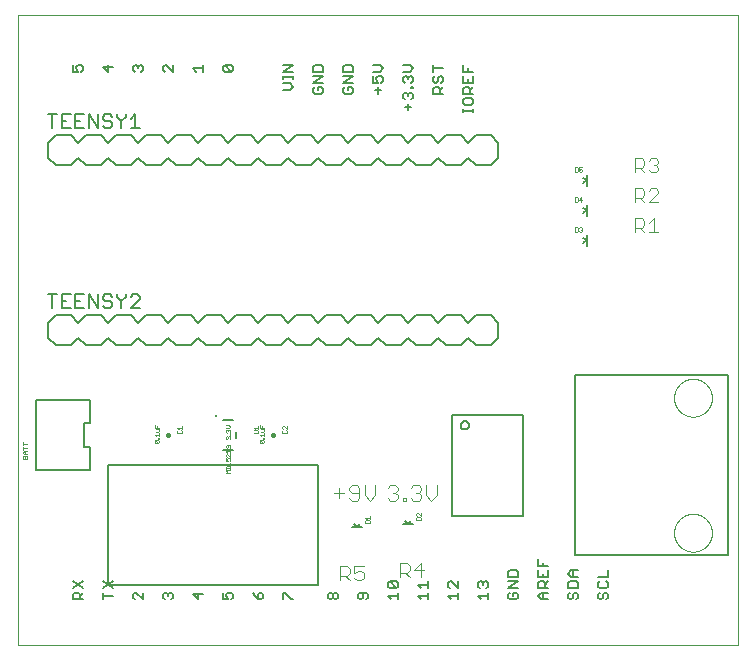
<source format=gto>
G75*
%MOIN*%
%OFA0B0*%
%FSLAX25Y25*%
%IPPOS*%
%LPD*%
%AMOC8*
5,1,8,0,0,1.08239X$1,22.5*
%
%ADD10C,0.00000*%
%ADD11C,0.00400*%
%ADD12C,0.01500*%
%ADD13C,0.00100*%
%ADD14C,0.00800*%
%ADD15C,0.00500*%
%ADD16C,0.00600*%
%ADD17C,0.01000*%
D10*
X0025000Y0035000D02*
X0025000Y0245000D01*
X0265000Y0245000D01*
X0265000Y0035000D01*
X0025000Y0035000D01*
X0243701Y0072500D02*
X0243703Y0072658D01*
X0243709Y0072816D01*
X0243719Y0072974D01*
X0243733Y0073132D01*
X0243751Y0073289D01*
X0243772Y0073446D01*
X0243798Y0073602D01*
X0243828Y0073758D01*
X0243861Y0073913D01*
X0243899Y0074066D01*
X0243940Y0074219D01*
X0243985Y0074371D01*
X0244034Y0074522D01*
X0244087Y0074671D01*
X0244143Y0074819D01*
X0244203Y0074965D01*
X0244267Y0075110D01*
X0244335Y0075253D01*
X0244406Y0075395D01*
X0244480Y0075535D01*
X0244558Y0075672D01*
X0244640Y0075808D01*
X0244724Y0075942D01*
X0244813Y0076073D01*
X0244904Y0076202D01*
X0244999Y0076329D01*
X0245096Y0076454D01*
X0245197Y0076576D01*
X0245301Y0076695D01*
X0245408Y0076812D01*
X0245518Y0076926D01*
X0245631Y0077037D01*
X0245746Y0077146D01*
X0245864Y0077251D01*
X0245985Y0077353D01*
X0246108Y0077453D01*
X0246234Y0077549D01*
X0246362Y0077642D01*
X0246492Y0077732D01*
X0246625Y0077818D01*
X0246760Y0077902D01*
X0246896Y0077981D01*
X0247035Y0078058D01*
X0247176Y0078130D01*
X0247318Y0078200D01*
X0247462Y0078265D01*
X0247608Y0078327D01*
X0247755Y0078385D01*
X0247904Y0078440D01*
X0248054Y0078491D01*
X0248205Y0078538D01*
X0248357Y0078581D01*
X0248510Y0078620D01*
X0248665Y0078656D01*
X0248820Y0078687D01*
X0248976Y0078715D01*
X0249132Y0078739D01*
X0249289Y0078759D01*
X0249447Y0078775D01*
X0249604Y0078787D01*
X0249763Y0078795D01*
X0249921Y0078799D01*
X0250079Y0078799D01*
X0250237Y0078795D01*
X0250396Y0078787D01*
X0250553Y0078775D01*
X0250711Y0078759D01*
X0250868Y0078739D01*
X0251024Y0078715D01*
X0251180Y0078687D01*
X0251335Y0078656D01*
X0251490Y0078620D01*
X0251643Y0078581D01*
X0251795Y0078538D01*
X0251946Y0078491D01*
X0252096Y0078440D01*
X0252245Y0078385D01*
X0252392Y0078327D01*
X0252538Y0078265D01*
X0252682Y0078200D01*
X0252824Y0078130D01*
X0252965Y0078058D01*
X0253104Y0077981D01*
X0253240Y0077902D01*
X0253375Y0077818D01*
X0253508Y0077732D01*
X0253638Y0077642D01*
X0253766Y0077549D01*
X0253892Y0077453D01*
X0254015Y0077353D01*
X0254136Y0077251D01*
X0254254Y0077146D01*
X0254369Y0077037D01*
X0254482Y0076926D01*
X0254592Y0076812D01*
X0254699Y0076695D01*
X0254803Y0076576D01*
X0254904Y0076454D01*
X0255001Y0076329D01*
X0255096Y0076202D01*
X0255187Y0076073D01*
X0255276Y0075942D01*
X0255360Y0075808D01*
X0255442Y0075672D01*
X0255520Y0075535D01*
X0255594Y0075395D01*
X0255665Y0075253D01*
X0255733Y0075110D01*
X0255797Y0074965D01*
X0255857Y0074819D01*
X0255913Y0074671D01*
X0255966Y0074522D01*
X0256015Y0074371D01*
X0256060Y0074219D01*
X0256101Y0074066D01*
X0256139Y0073913D01*
X0256172Y0073758D01*
X0256202Y0073602D01*
X0256228Y0073446D01*
X0256249Y0073289D01*
X0256267Y0073132D01*
X0256281Y0072974D01*
X0256291Y0072816D01*
X0256297Y0072658D01*
X0256299Y0072500D01*
X0256297Y0072342D01*
X0256291Y0072184D01*
X0256281Y0072026D01*
X0256267Y0071868D01*
X0256249Y0071711D01*
X0256228Y0071554D01*
X0256202Y0071398D01*
X0256172Y0071242D01*
X0256139Y0071087D01*
X0256101Y0070934D01*
X0256060Y0070781D01*
X0256015Y0070629D01*
X0255966Y0070478D01*
X0255913Y0070329D01*
X0255857Y0070181D01*
X0255797Y0070035D01*
X0255733Y0069890D01*
X0255665Y0069747D01*
X0255594Y0069605D01*
X0255520Y0069465D01*
X0255442Y0069328D01*
X0255360Y0069192D01*
X0255276Y0069058D01*
X0255187Y0068927D01*
X0255096Y0068798D01*
X0255001Y0068671D01*
X0254904Y0068546D01*
X0254803Y0068424D01*
X0254699Y0068305D01*
X0254592Y0068188D01*
X0254482Y0068074D01*
X0254369Y0067963D01*
X0254254Y0067854D01*
X0254136Y0067749D01*
X0254015Y0067647D01*
X0253892Y0067547D01*
X0253766Y0067451D01*
X0253638Y0067358D01*
X0253508Y0067268D01*
X0253375Y0067182D01*
X0253240Y0067098D01*
X0253104Y0067019D01*
X0252965Y0066942D01*
X0252824Y0066870D01*
X0252682Y0066800D01*
X0252538Y0066735D01*
X0252392Y0066673D01*
X0252245Y0066615D01*
X0252096Y0066560D01*
X0251946Y0066509D01*
X0251795Y0066462D01*
X0251643Y0066419D01*
X0251490Y0066380D01*
X0251335Y0066344D01*
X0251180Y0066313D01*
X0251024Y0066285D01*
X0250868Y0066261D01*
X0250711Y0066241D01*
X0250553Y0066225D01*
X0250396Y0066213D01*
X0250237Y0066205D01*
X0250079Y0066201D01*
X0249921Y0066201D01*
X0249763Y0066205D01*
X0249604Y0066213D01*
X0249447Y0066225D01*
X0249289Y0066241D01*
X0249132Y0066261D01*
X0248976Y0066285D01*
X0248820Y0066313D01*
X0248665Y0066344D01*
X0248510Y0066380D01*
X0248357Y0066419D01*
X0248205Y0066462D01*
X0248054Y0066509D01*
X0247904Y0066560D01*
X0247755Y0066615D01*
X0247608Y0066673D01*
X0247462Y0066735D01*
X0247318Y0066800D01*
X0247176Y0066870D01*
X0247035Y0066942D01*
X0246896Y0067019D01*
X0246760Y0067098D01*
X0246625Y0067182D01*
X0246492Y0067268D01*
X0246362Y0067358D01*
X0246234Y0067451D01*
X0246108Y0067547D01*
X0245985Y0067647D01*
X0245864Y0067749D01*
X0245746Y0067854D01*
X0245631Y0067963D01*
X0245518Y0068074D01*
X0245408Y0068188D01*
X0245301Y0068305D01*
X0245197Y0068424D01*
X0245096Y0068546D01*
X0244999Y0068671D01*
X0244904Y0068798D01*
X0244813Y0068927D01*
X0244724Y0069058D01*
X0244640Y0069192D01*
X0244558Y0069328D01*
X0244480Y0069465D01*
X0244406Y0069605D01*
X0244335Y0069747D01*
X0244267Y0069890D01*
X0244203Y0070035D01*
X0244143Y0070181D01*
X0244087Y0070329D01*
X0244034Y0070478D01*
X0243985Y0070629D01*
X0243940Y0070781D01*
X0243899Y0070934D01*
X0243861Y0071087D01*
X0243828Y0071242D01*
X0243798Y0071398D01*
X0243772Y0071554D01*
X0243751Y0071711D01*
X0243733Y0071868D01*
X0243719Y0072026D01*
X0243709Y0072184D01*
X0243703Y0072342D01*
X0243701Y0072500D01*
X0243701Y0117500D02*
X0243703Y0117658D01*
X0243709Y0117816D01*
X0243719Y0117974D01*
X0243733Y0118132D01*
X0243751Y0118289D01*
X0243772Y0118446D01*
X0243798Y0118602D01*
X0243828Y0118758D01*
X0243861Y0118913D01*
X0243899Y0119066D01*
X0243940Y0119219D01*
X0243985Y0119371D01*
X0244034Y0119522D01*
X0244087Y0119671D01*
X0244143Y0119819D01*
X0244203Y0119965D01*
X0244267Y0120110D01*
X0244335Y0120253D01*
X0244406Y0120395D01*
X0244480Y0120535D01*
X0244558Y0120672D01*
X0244640Y0120808D01*
X0244724Y0120942D01*
X0244813Y0121073D01*
X0244904Y0121202D01*
X0244999Y0121329D01*
X0245096Y0121454D01*
X0245197Y0121576D01*
X0245301Y0121695D01*
X0245408Y0121812D01*
X0245518Y0121926D01*
X0245631Y0122037D01*
X0245746Y0122146D01*
X0245864Y0122251D01*
X0245985Y0122353D01*
X0246108Y0122453D01*
X0246234Y0122549D01*
X0246362Y0122642D01*
X0246492Y0122732D01*
X0246625Y0122818D01*
X0246760Y0122902D01*
X0246896Y0122981D01*
X0247035Y0123058D01*
X0247176Y0123130D01*
X0247318Y0123200D01*
X0247462Y0123265D01*
X0247608Y0123327D01*
X0247755Y0123385D01*
X0247904Y0123440D01*
X0248054Y0123491D01*
X0248205Y0123538D01*
X0248357Y0123581D01*
X0248510Y0123620D01*
X0248665Y0123656D01*
X0248820Y0123687D01*
X0248976Y0123715D01*
X0249132Y0123739D01*
X0249289Y0123759D01*
X0249447Y0123775D01*
X0249604Y0123787D01*
X0249763Y0123795D01*
X0249921Y0123799D01*
X0250079Y0123799D01*
X0250237Y0123795D01*
X0250396Y0123787D01*
X0250553Y0123775D01*
X0250711Y0123759D01*
X0250868Y0123739D01*
X0251024Y0123715D01*
X0251180Y0123687D01*
X0251335Y0123656D01*
X0251490Y0123620D01*
X0251643Y0123581D01*
X0251795Y0123538D01*
X0251946Y0123491D01*
X0252096Y0123440D01*
X0252245Y0123385D01*
X0252392Y0123327D01*
X0252538Y0123265D01*
X0252682Y0123200D01*
X0252824Y0123130D01*
X0252965Y0123058D01*
X0253104Y0122981D01*
X0253240Y0122902D01*
X0253375Y0122818D01*
X0253508Y0122732D01*
X0253638Y0122642D01*
X0253766Y0122549D01*
X0253892Y0122453D01*
X0254015Y0122353D01*
X0254136Y0122251D01*
X0254254Y0122146D01*
X0254369Y0122037D01*
X0254482Y0121926D01*
X0254592Y0121812D01*
X0254699Y0121695D01*
X0254803Y0121576D01*
X0254904Y0121454D01*
X0255001Y0121329D01*
X0255096Y0121202D01*
X0255187Y0121073D01*
X0255276Y0120942D01*
X0255360Y0120808D01*
X0255442Y0120672D01*
X0255520Y0120535D01*
X0255594Y0120395D01*
X0255665Y0120253D01*
X0255733Y0120110D01*
X0255797Y0119965D01*
X0255857Y0119819D01*
X0255913Y0119671D01*
X0255966Y0119522D01*
X0256015Y0119371D01*
X0256060Y0119219D01*
X0256101Y0119066D01*
X0256139Y0118913D01*
X0256172Y0118758D01*
X0256202Y0118602D01*
X0256228Y0118446D01*
X0256249Y0118289D01*
X0256267Y0118132D01*
X0256281Y0117974D01*
X0256291Y0117816D01*
X0256297Y0117658D01*
X0256299Y0117500D01*
X0256297Y0117342D01*
X0256291Y0117184D01*
X0256281Y0117026D01*
X0256267Y0116868D01*
X0256249Y0116711D01*
X0256228Y0116554D01*
X0256202Y0116398D01*
X0256172Y0116242D01*
X0256139Y0116087D01*
X0256101Y0115934D01*
X0256060Y0115781D01*
X0256015Y0115629D01*
X0255966Y0115478D01*
X0255913Y0115329D01*
X0255857Y0115181D01*
X0255797Y0115035D01*
X0255733Y0114890D01*
X0255665Y0114747D01*
X0255594Y0114605D01*
X0255520Y0114465D01*
X0255442Y0114328D01*
X0255360Y0114192D01*
X0255276Y0114058D01*
X0255187Y0113927D01*
X0255096Y0113798D01*
X0255001Y0113671D01*
X0254904Y0113546D01*
X0254803Y0113424D01*
X0254699Y0113305D01*
X0254592Y0113188D01*
X0254482Y0113074D01*
X0254369Y0112963D01*
X0254254Y0112854D01*
X0254136Y0112749D01*
X0254015Y0112647D01*
X0253892Y0112547D01*
X0253766Y0112451D01*
X0253638Y0112358D01*
X0253508Y0112268D01*
X0253375Y0112182D01*
X0253240Y0112098D01*
X0253104Y0112019D01*
X0252965Y0111942D01*
X0252824Y0111870D01*
X0252682Y0111800D01*
X0252538Y0111735D01*
X0252392Y0111673D01*
X0252245Y0111615D01*
X0252096Y0111560D01*
X0251946Y0111509D01*
X0251795Y0111462D01*
X0251643Y0111419D01*
X0251490Y0111380D01*
X0251335Y0111344D01*
X0251180Y0111313D01*
X0251024Y0111285D01*
X0250868Y0111261D01*
X0250711Y0111241D01*
X0250553Y0111225D01*
X0250396Y0111213D01*
X0250237Y0111205D01*
X0250079Y0111201D01*
X0249921Y0111201D01*
X0249763Y0111205D01*
X0249604Y0111213D01*
X0249447Y0111225D01*
X0249289Y0111241D01*
X0249132Y0111261D01*
X0248976Y0111285D01*
X0248820Y0111313D01*
X0248665Y0111344D01*
X0248510Y0111380D01*
X0248357Y0111419D01*
X0248205Y0111462D01*
X0248054Y0111509D01*
X0247904Y0111560D01*
X0247755Y0111615D01*
X0247608Y0111673D01*
X0247462Y0111735D01*
X0247318Y0111800D01*
X0247176Y0111870D01*
X0247035Y0111942D01*
X0246896Y0112019D01*
X0246760Y0112098D01*
X0246625Y0112182D01*
X0246492Y0112268D01*
X0246362Y0112358D01*
X0246234Y0112451D01*
X0246108Y0112547D01*
X0245985Y0112647D01*
X0245864Y0112749D01*
X0245746Y0112854D01*
X0245631Y0112963D01*
X0245518Y0113074D01*
X0245408Y0113188D01*
X0245301Y0113305D01*
X0245197Y0113424D01*
X0245096Y0113546D01*
X0244999Y0113671D01*
X0244904Y0113798D01*
X0244813Y0113927D01*
X0244724Y0114058D01*
X0244640Y0114192D01*
X0244558Y0114328D01*
X0244480Y0114465D01*
X0244406Y0114605D01*
X0244335Y0114747D01*
X0244267Y0114890D01*
X0244203Y0115035D01*
X0244143Y0115181D01*
X0244087Y0115329D01*
X0244034Y0115478D01*
X0243985Y0115629D01*
X0243940Y0115781D01*
X0243899Y0115934D01*
X0243861Y0116087D01*
X0243828Y0116242D01*
X0243798Y0116398D01*
X0243772Y0116554D01*
X0243751Y0116711D01*
X0243733Y0116868D01*
X0243719Y0117026D01*
X0243709Y0117184D01*
X0243703Y0117342D01*
X0243701Y0117500D01*
D11*
X0238373Y0172700D02*
X0235304Y0172700D01*
X0236839Y0172700D02*
X0236839Y0177304D01*
X0235304Y0175769D01*
X0233769Y0175002D02*
X0233769Y0176537D01*
X0233002Y0177304D01*
X0230700Y0177304D01*
X0230700Y0172700D01*
X0230700Y0174235D02*
X0233002Y0174235D01*
X0233769Y0175002D01*
X0232235Y0174235D02*
X0233769Y0172700D01*
X0233769Y0182700D02*
X0232235Y0184235D01*
X0233002Y0184235D02*
X0230700Y0184235D01*
X0230700Y0182700D02*
X0230700Y0187304D01*
X0233002Y0187304D01*
X0233769Y0186537D01*
X0233769Y0185002D01*
X0233002Y0184235D01*
X0235304Y0182700D02*
X0238373Y0185769D01*
X0238373Y0186537D01*
X0237606Y0187304D01*
X0236071Y0187304D01*
X0235304Y0186537D01*
X0235304Y0182700D02*
X0238373Y0182700D01*
X0237606Y0192700D02*
X0236071Y0192700D01*
X0235304Y0193467D01*
X0233769Y0192700D02*
X0232235Y0194235D01*
X0233002Y0194235D02*
X0230700Y0194235D01*
X0230700Y0192700D02*
X0230700Y0197304D01*
X0233002Y0197304D01*
X0233769Y0196537D01*
X0233769Y0195002D01*
X0233002Y0194235D01*
X0235304Y0196537D02*
X0236071Y0197304D01*
X0237606Y0197304D01*
X0238373Y0196537D01*
X0238373Y0195769D01*
X0237606Y0195002D01*
X0238373Y0194235D01*
X0238373Y0193467D01*
X0237606Y0192700D01*
X0237606Y0195002D02*
X0236839Y0195002D01*
X0164561Y0088404D02*
X0164561Y0084935D01*
X0162826Y0083200D01*
X0161091Y0084935D01*
X0161091Y0088404D01*
X0159404Y0087537D02*
X0159404Y0086670D01*
X0158537Y0085802D01*
X0159404Y0084935D01*
X0159404Y0084067D01*
X0158537Y0083200D01*
X0156802Y0083200D01*
X0155935Y0084067D01*
X0154224Y0084067D02*
X0154224Y0083200D01*
X0153356Y0083200D01*
X0153356Y0084067D01*
X0154224Y0084067D01*
X0151670Y0084067D02*
X0150802Y0083200D01*
X0149067Y0083200D01*
X0148200Y0084067D01*
X0149935Y0085802D02*
X0150802Y0085802D01*
X0151670Y0084935D01*
X0151670Y0084067D01*
X0150802Y0085802D02*
X0151670Y0086670D01*
X0151670Y0087537D01*
X0150802Y0088404D01*
X0149067Y0088404D01*
X0148200Y0087537D01*
X0143982Y0088404D02*
X0143982Y0084935D01*
X0142248Y0083200D01*
X0140513Y0084935D01*
X0140513Y0088404D01*
X0138826Y0087537D02*
X0137959Y0088404D01*
X0136224Y0088404D01*
X0135356Y0087537D01*
X0135356Y0086670D01*
X0136224Y0085802D01*
X0138826Y0085802D01*
X0138826Y0084067D02*
X0138826Y0087537D01*
X0138826Y0084067D02*
X0137959Y0083200D01*
X0136224Y0083200D01*
X0135356Y0084067D01*
X0133670Y0085802D02*
X0130200Y0085802D01*
X0131935Y0087537D02*
X0131935Y0084067D01*
X0155935Y0087537D02*
X0156802Y0088404D01*
X0158537Y0088404D01*
X0159404Y0087537D01*
X0158537Y0085802D02*
X0157669Y0085802D01*
X0159398Y0062304D02*
X0157096Y0060002D01*
X0160165Y0060002D01*
X0159398Y0057700D02*
X0159398Y0062304D01*
X0155561Y0061537D02*
X0155561Y0060002D01*
X0154794Y0059235D01*
X0152492Y0059235D01*
X0154027Y0059235D02*
X0155561Y0057700D01*
X0152492Y0057700D02*
X0152492Y0062304D01*
X0154794Y0062304D01*
X0155561Y0061537D01*
X0140165Y0061304D02*
X0137096Y0061304D01*
X0137096Y0059002D01*
X0138631Y0059769D01*
X0139398Y0059769D01*
X0140165Y0059002D01*
X0140165Y0057467D01*
X0139398Y0056700D01*
X0137863Y0056700D01*
X0137096Y0057467D01*
X0135561Y0056700D02*
X0134027Y0058235D01*
X0134794Y0058235D02*
X0132492Y0058235D01*
X0132492Y0056700D02*
X0132492Y0061304D01*
X0134794Y0061304D01*
X0135561Y0060537D01*
X0135561Y0059002D01*
X0134794Y0058235D01*
D12*
X0110110Y0105000D02*
X0109890Y0105000D01*
X0075110Y0105000D02*
X0074890Y0105000D01*
D13*
X0072050Y0105131D02*
X0070549Y0105131D01*
X0071049Y0104630D01*
X0071800Y0104144D02*
X0072050Y0104144D01*
X0072050Y0103894D01*
X0071800Y0103894D01*
X0071800Y0104144D01*
X0072050Y0104630D02*
X0072050Y0105631D01*
X0071800Y0106103D02*
X0072050Y0106354D01*
X0072050Y0107104D01*
X0071049Y0107104D01*
X0071299Y0107577D02*
X0071299Y0108077D01*
X0070549Y0107577D02*
X0072050Y0107577D01*
X0071800Y0106103D02*
X0071049Y0106103D01*
X0070549Y0107577D02*
X0070549Y0108578D01*
X0070799Y0103421D02*
X0071800Y0102420D01*
X0072050Y0102671D01*
X0072050Y0103171D01*
X0071800Y0103421D01*
X0070799Y0103421D01*
X0070549Y0103171D01*
X0070549Y0102671D01*
X0070799Y0102420D01*
X0071800Y0102420D01*
X0078049Y0105854D02*
X0078049Y0106354D01*
X0078299Y0106604D01*
X0078549Y0107077D02*
X0078049Y0107577D01*
X0079550Y0107577D01*
X0079550Y0107077D02*
X0079550Y0108078D01*
X0079300Y0106604D02*
X0079550Y0106354D01*
X0079550Y0105854D01*
X0079300Y0105603D01*
X0078299Y0105603D01*
X0078049Y0105854D01*
X0094299Y0106104D02*
X0094549Y0105853D01*
X0094299Y0106104D02*
X0094299Y0106604D01*
X0094549Y0106854D01*
X0094799Y0106854D01*
X0095049Y0106604D01*
X0095300Y0106854D01*
X0095550Y0106854D01*
X0095800Y0106604D01*
X0095800Y0106104D01*
X0095550Y0105853D01*
X0095550Y0105367D02*
X0095800Y0105367D01*
X0095800Y0105117D01*
X0095550Y0105117D01*
X0095550Y0105367D01*
X0095550Y0104644D02*
X0095800Y0104394D01*
X0095800Y0103894D01*
X0095550Y0103644D01*
X0095049Y0104144D02*
X0095049Y0104394D01*
X0095300Y0104644D01*
X0095550Y0104644D01*
X0095049Y0104394D02*
X0094799Y0104644D01*
X0094549Y0104644D01*
X0094299Y0104394D01*
X0094299Y0103894D01*
X0094549Y0103644D01*
X0094549Y0101698D02*
X0094299Y0101448D01*
X0094299Y0100947D01*
X0094549Y0100697D01*
X0094799Y0100697D01*
X0095049Y0100947D01*
X0095049Y0101698D01*
X0094549Y0101698D02*
X0095550Y0101698D01*
X0095800Y0101448D01*
X0095800Y0100947D01*
X0095550Y0100697D01*
X0095800Y0100225D02*
X0095800Y0099224D01*
X0095800Y0098751D02*
X0095800Y0097751D01*
X0094799Y0098751D01*
X0094549Y0098751D01*
X0094299Y0098501D01*
X0094299Y0098001D01*
X0094549Y0097751D01*
X0094299Y0097278D02*
X0094299Y0096277D01*
X0095049Y0096277D01*
X0094799Y0096778D01*
X0094799Y0097028D01*
X0095049Y0097278D01*
X0095550Y0097278D01*
X0095800Y0097028D01*
X0095800Y0096527D01*
X0095550Y0096277D01*
X0095550Y0095805D02*
X0095800Y0095555D01*
X0095800Y0095054D01*
X0095550Y0094804D01*
X0094549Y0094804D01*
X0094299Y0095054D01*
X0094299Y0095555D01*
X0094549Y0095805D01*
X0094299Y0094322D02*
X0094299Y0093822D01*
X0094299Y0094072D02*
X0095800Y0094072D01*
X0095800Y0093822D02*
X0095800Y0094322D01*
X0095800Y0093349D02*
X0094299Y0093349D01*
X0094799Y0092849D01*
X0094299Y0092349D01*
X0095800Y0092349D01*
X0094799Y0099224D02*
X0094299Y0099724D01*
X0095800Y0099724D01*
X0095049Y0106354D02*
X0095049Y0106604D01*
X0095300Y0107327D02*
X0095800Y0107827D01*
X0095300Y0108328D01*
X0094299Y0108328D01*
X0094299Y0107327D02*
X0095300Y0107327D01*
X0103549Y0107577D02*
X0105050Y0107577D01*
X0105549Y0107577D02*
X0105549Y0108578D01*
X0105050Y0108078D02*
X0105050Y0107077D01*
X0104800Y0106604D02*
X0103549Y0106604D01*
X0104049Y0107077D02*
X0103549Y0107577D01*
X0104800Y0106604D02*
X0105050Y0106354D01*
X0105050Y0105854D01*
X0104800Y0105603D01*
X0103549Y0105603D01*
X0105549Y0105131D02*
X0107050Y0105131D01*
X0107050Y0105631D02*
X0107050Y0104630D01*
X0107050Y0104144D02*
X0107050Y0103894D01*
X0106800Y0103894D01*
X0106800Y0104144D01*
X0107050Y0104144D01*
X0106800Y0103421D02*
X0105799Y0103421D01*
X0106800Y0102420D01*
X0107050Y0102671D01*
X0107050Y0103171D01*
X0106800Y0103421D01*
X0106800Y0102420D02*
X0105799Y0102420D01*
X0105549Y0102671D01*
X0105549Y0103171D01*
X0105799Y0103421D01*
X0106049Y0104630D02*
X0105549Y0105131D01*
X0106049Y0106103D02*
X0106800Y0106103D01*
X0107050Y0106354D01*
X0107050Y0107104D01*
X0106049Y0107104D01*
X0106299Y0107577D02*
X0106299Y0108077D01*
X0105549Y0107577D02*
X0107050Y0107577D01*
X0113049Y0107327D02*
X0113299Y0107077D01*
X0113049Y0107327D02*
X0113049Y0107827D01*
X0113299Y0108078D01*
X0113549Y0108078D01*
X0114550Y0107077D01*
X0114550Y0108078D01*
X0114300Y0106604D02*
X0114550Y0106354D01*
X0114550Y0105854D01*
X0114300Y0105603D01*
X0113299Y0105603D01*
X0113049Y0105854D01*
X0113049Y0106354D01*
X0113299Y0106604D01*
X0140799Y0077577D02*
X0142300Y0077577D01*
X0142300Y0077077D02*
X0142300Y0078078D01*
X0141299Y0077077D02*
X0140799Y0077577D01*
X0141049Y0076604D02*
X0140799Y0076354D01*
X0140799Y0075603D01*
X0142300Y0075603D01*
X0142300Y0076354D01*
X0142050Y0076604D01*
X0141049Y0076604D01*
X0157799Y0076603D02*
X0157799Y0077354D01*
X0158049Y0077604D01*
X0159050Y0077604D01*
X0159300Y0077354D01*
X0159300Y0076603D01*
X0157799Y0076603D01*
X0158049Y0078077D02*
X0157799Y0078327D01*
X0157799Y0078827D01*
X0158049Y0079078D01*
X0158299Y0079078D01*
X0159300Y0078077D01*
X0159300Y0079078D01*
X0210550Y0172800D02*
X0211301Y0172800D01*
X0211551Y0173050D01*
X0211551Y0174051D01*
X0211301Y0174301D01*
X0210550Y0174301D01*
X0210550Y0172800D01*
X0212023Y0173050D02*
X0212273Y0172800D01*
X0212774Y0172800D01*
X0213024Y0173050D01*
X0213024Y0173300D01*
X0212774Y0173551D01*
X0212524Y0173551D01*
X0212774Y0173551D02*
X0213024Y0173801D01*
X0213024Y0174051D01*
X0212774Y0174301D01*
X0212273Y0174301D01*
X0212023Y0174051D01*
X0211301Y0182800D02*
X0211551Y0183050D01*
X0211551Y0184051D01*
X0211301Y0184301D01*
X0210550Y0184301D01*
X0210550Y0182800D01*
X0211301Y0182800D01*
X0212023Y0183551D02*
X0213024Y0183551D01*
X0212774Y0184301D02*
X0212023Y0183551D01*
X0212774Y0184301D02*
X0212774Y0182800D01*
X0212774Y0192800D02*
X0212273Y0192800D01*
X0212023Y0193050D01*
X0211551Y0193050D02*
X0211551Y0194051D01*
X0211301Y0194301D01*
X0210550Y0194301D01*
X0210550Y0192800D01*
X0211301Y0192800D01*
X0211551Y0193050D01*
X0212023Y0193551D02*
X0212524Y0193801D01*
X0212774Y0193801D01*
X0213024Y0193551D01*
X0213024Y0193050D01*
X0212774Y0192800D01*
X0212023Y0193551D02*
X0212023Y0194301D01*
X0213024Y0194301D01*
X0028139Y0102159D02*
X0026638Y0102159D01*
X0026638Y0101659D02*
X0026638Y0102660D01*
X0026638Y0101186D02*
X0026638Y0100185D01*
X0026638Y0100686D02*
X0028139Y0100686D01*
X0028139Y0099713D02*
X0027138Y0099713D01*
X0026638Y0099213D01*
X0027138Y0098712D01*
X0028139Y0098712D01*
X0027889Y0098240D02*
X0028139Y0097990D01*
X0028139Y0097239D01*
X0026638Y0097239D01*
X0026638Y0097990D01*
X0026888Y0098240D01*
X0027138Y0098240D01*
X0027388Y0097990D01*
X0027388Y0097239D01*
X0027388Y0097990D02*
X0027639Y0098240D01*
X0027889Y0098240D01*
X0027388Y0098712D02*
X0027388Y0099713D01*
D14*
X0031142Y0093386D02*
X0031142Y0116614D01*
X0048858Y0116614D01*
X0048858Y0108937D01*
X0046890Y0108937D01*
X0046890Y0101063D01*
X0048858Y0101063D01*
X0048858Y0093386D01*
X0031142Y0093386D01*
X0037500Y0135000D02*
X0042500Y0135000D01*
X0045000Y0137500D01*
X0047500Y0135000D01*
X0052500Y0135000D01*
X0055000Y0137500D01*
X0057500Y0135000D01*
X0062500Y0135000D01*
X0065000Y0137500D01*
X0067500Y0135000D01*
X0072500Y0135000D01*
X0075000Y0137500D01*
X0077500Y0135000D01*
X0082500Y0135000D01*
X0085000Y0137500D01*
X0087500Y0135000D01*
X0092500Y0135000D01*
X0095000Y0137500D01*
X0097500Y0135000D01*
X0102500Y0135000D01*
X0105000Y0137500D01*
X0107500Y0135000D01*
X0112500Y0135000D01*
X0115000Y0137500D01*
X0117500Y0135000D01*
X0122500Y0135000D01*
X0125000Y0137500D01*
X0127500Y0135000D01*
X0132500Y0135000D01*
X0135000Y0137500D01*
X0137500Y0135000D01*
X0142500Y0135000D01*
X0145000Y0137500D01*
X0147500Y0135000D01*
X0152500Y0135000D01*
X0155000Y0137500D01*
X0157500Y0135000D01*
X0162500Y0135000D01*
X0165000Y0137500D01*
X0167500Y0135000D01*
X0172500Y0135000D01*
X0175000Y0137500D01*
X0177500Y0135000D01*
X0182500Y0135000D01*
X0185000Y0137500D01*
X0185000Y0142500D01*
X0182500Y0145000D01*
X0177500Y0145000D01*
X0175000Y0142500D01*
X0172500Y0145000D01*
X0167500Y0145000D01*
X0165000Y0142500D01*
X0162500Y0145000D01*
X0157500Y0145000D01*
X0155000Y0142500D01*
X0152500Y0145000D01*
X0147500Y0145000D01*
X0145000Y0142500D01*
X0142500Y0145000D01*
X0137500Y0145000D01*
X0135000Y0142500D01*
X0132500Y0145000D01*
X0127500Y0145000D01*
X0125000Y0142500D01*
X0122500Y0145000D01*
X0117500Y0145000D01*
X0115000Y0142500D01*
X0112500Y0145000D01*
X0107500Y0145000D01*
X0105000Y0142500D01*
X0102500Y0145000D01*
X0097500Y0145000D01*
X0095000Y0142500D01*
X0092500Y0145000D01*
X0087500Y0145000D01*
X0085000Y0142500D01*
X0082500Y0145000D01*
X0077500Y0145000D01*
X0075000Y0142500D01*
X0072500Y0145000D01*
X0067500Y0145000D01*
X0065000Y0142500D01*
X0062500Y0145000D01*
X0057500Y0145000D01*
X0055000Y0142500D01*
X0052500Y0145000D01*
X0047500Y0145000D01*
X0045000Y0142500D01*
X0042500Y0145000D01*
X0037500Y0145000D01*
X0035000Y0142500D01*
X0035000Y0137500D01*
X0037500Y0135000D01*
X0093309Y0110000D02*
X0096691Y0110000D01*
X0097791Y0106057D02*
X0097791Y0103943D01*
X0096691Y0100000D02*
X0093309Y0100000D01*
X0136189Y0074331D02*
X0138000Y0074331D01*
X0137080Y0075551D01*
X0138000Y0074331D02*
X0139811Y0074331D01*
X0138860Y0075551D02*
X0138100Y0074391D01*
X0153189Y0075331D02*
X0155000Y0075331D01*
X0154080Y0076551D01*
X0155000Y0075331D02*
X0156811Y0075331D01*
X0155860Y0076551D02*
X0155100Y0075391D01*
X0210630Y0065000D02*
X0261811Y0065000D01*
X0261811Y0125000D01*
X0210630Y0125000D01*
X0210630Y0065000D01*
X0214669Y0168189D02*
X0214669Y0170000D01*
X0213449Y0169080D01*
X0214669Y0170000D02*
X0214669Y0171811D01*
X0213449Y0170860D02*
X0214609Y0170100D01*
X0214669Y0178189D02*
X0214669Y0180000D01*
X0213449Y0179080D01*
X0214669Y0180000D02*
X0214669Y0181811D01*
X0213449Y0180860D02*
X0214609Y0180100D01*
X0214669Y0188189D02*
X0214669Y0190000D01*
X0213449Y0189080D01*
X0214669Y0190000D02*
X0214669Y0191811D01*
X0213449Y0190860D02*
X0214609Y0190100D01*
X0185000Y0197500D02*
X0182500Y0195000D01*
X0177500Y0195000D01*
X0175000Y0197500D01*
X0172500Y0195000D01*
X0167500Y0195000D01*
X0165000Y0197500D01*
X0162500Y0195000D01*
X0157500Y0195000D01*
X0155000Y0197500D01*
X0152500Y0195000D01*
X0147500Y0195000D01*
X0145000Y0197500D01*
X0142500Y0195000D01*
X0137500Y0195000D01*
X0135000Y0197500D01*
X0132500Y0195000D01*
X0127500Y0195000D01*
X0125000Y0197500D01*
X0122500Y0195000D01*
X0117500Y0195000D01*
X0115000Y0197500D01*
X0112500Y0195000D01*
X0107500Y0195000D01*
X0105000Y0197500D01*
X0102500Y0195000D01*
X0097500Y0195000D01*
X0095000Y0197500D01*
X0092500Y0195000D01*
X0087500Y0195000D01*
X0085000Y0197500D01*
X0082500Y0195000D01*
X0077500Y0195000D01*
X0075000Y0197500D01*
X0072500Y0195000D01*
X0067500Y0195000D01*
X0065000Y0197500D01*
X0062500Y0195000D01*
X0057500Y0195000D01*
X0055000Y0197500D01*
X0052500Y0195000D01*
X0047500Y0195000D01*
X0045000Y0197500D01*
X0042500Y0195000D01*
X0037500Y0195000D01*
X0035000Y0197500D01*
X0035000Y0202500D01*
X0037500Y0205000D01*
X0042500Y0205000D01*
X0045000Y0202500D01*
X0047500Y0205000D01*
X0052500Y0205000D01*
X0055000Y0202500D01*
X0057500Y0205000D01*
X0062500Y0205000D01*
X0065000Y0202500D01*
X0067500Y0205000D01*
X0072500Y0205000D01*
X0075000Y0202500D01*
X0077500Y0205000D01*
X0082500Y0205000D01*
X0085000Y0202500D01*
X0087500Y0205000D01*
X0092500Y0205000D01*
X0095000Y0202500D01*
X0097500Y0205000D01*
X0102500Y0205000D01*
X0105000Y0202500D01*
X0107500Y0205000D01*
X0112500Y0205000D01*
X0115000Y0202500D01*
X0117500Y0205000D01*
X0122500Y0205000D01*
X0125000Y0202500D01*
X0127500Y0205000D01*
X0132500Y0205000D01*
X0135000Y0202500D01*
X0137500Y0205000D01*
X0142500Y0205000D01*
X0145000Y0202500D01*
X0147500Y0205000D01*
X0152500Y0205000D01*
X0155000Y0202500D01*
X0157500Y0205000D01*
X0162500Y0205000D01*
X0165000Y0202500D01*
X0167500Y0205000D01*
X0172500Y0205000D01*
X0175000Y0202500D01*
X0177500Y0205000D01*
X0182500Y0205000D01*
X0185000Y0202500D01*
X0185000Y0197500D01*
D15*
X0193228Y0111890D02*
X0169606Y0111890D01*
X0169606Y0078031D01*
X0193228Y0078031D01*
X0193228Y0111890D01*
X0172517Y0108346D02*
X0172519Y0108421D01*
X0172525Y0108496D01*
X0172535Y0108570D01*
X0172549Y0108644D01*
X0172566Y0108717D01*
X0172588Y0108788D01*
X0172613Y0108859D01*
X0172642Y0108928D01*
X0172674Y0108996D01*
X0172710Y0109061D01*
X0172750Y0109125D01*
X0172793Y0109187D01*
X0172839Y0109246D01*
X0172888Y0109303D01*
X0172940Y0109357D01*
X0172994Y0109408D01*
X0173052Y0109456D01*
X0173111Y0109501D01*
X0173174Y0109543D01*
X0173238Y0109582D01*
X0173304Y0109617D01*
X0173372Y0109649D01*
X0173442Y0109677D01*
X0173512Y0109701D01*
X0173585Y0109722D01*
X0173658Y0109738D01*
X0173732Y0109751D01*
X0173806Y0109760D01*
X0173881Y0109765D01*
X0173956Y0109766D01*
X0174031Y0109763D01*
X0174105Y0109756D01*
X0174179Y0109745D01*
X0174253Y0109730D01*
X0174326Y0109712D01*
X0174397Y0109689D01*
X0174467Y0109663D01*
X0174536Y0109633D01*
X0174603Y0109600D01*
X0174669Y0109563D01*
X0174732Y0109523D01*
X0174793Y0109479D01*
X0174851Y0109432D01*
X0174907Y0109383D01*
X0174961Y0109330D01*
X0175011Y0109275D01*
X0175059Y0109217D01*
X0175103Y0109156D01*
X0175144Y0109094D01*
X0175182Y0109029D01*
X0175216Y0108962D01*
X0175247Y0108894D01*
X0175274Y0108824D01*
X0175298Y0108753D01*
X0175317Y0108680D01*
X0175333Y0108607D01*
X0175345Y0108533D01*
X0175353Y0108458D01*
X0175357Y0108383D01*
X0175357Y0108309D01*
X0175353Y0108234D01*
X0175345Y0108159D01*
X0175333Y0108085D01*
X0175317Y0108012D01*
X0175298Y0107939D01*
X0175274Y0107868D01*
X0175247Y0107798D01*
X0175216Y0107730D01*
X0175182Y0107663D01*
X0175144Y0107598D01*
X0175103Y0107536D01*
X0175059Y0107475D01*
X0175011Y0107417D01*
X0174961Y0107362D01*
X0174907Y0107309D01*
X0174851Y0107260D01*
X0174793Y0107213D01*
X0174732Y0107169D01*
X0174669Y0107129D01*
X0174603Y0107092D01*
X0174536Y0107059D01*
X0174467Y0107029D01*
X0174397Y0107003D01*
X0174326Y0106980D01*
X0174253Y0106962D01*
X0174179Y0106947D01*
X0174105Y0106936D01*
X0174031Y0106929D01*
X0173956Y0106926D01*
X0173881Y0106927D01*
X0173806Y0106932D01*
X0173732Y0106941D01*
X0173658Y0106954D01*
X0173585Y0106970D01*
X0173512Y0106991D01*
X0173442Y0107015D01*
X0173372Y0107043D01*
X0173304Y0107075D01*
X0173238Y0107110D01*
X0173174Y0107149D01*
X0173111Y0107191D01*
X0173052Y0107236D01*
X0172994Y0107284D01*
X0172940Y0107335D01*
X0172888Y0107389D01*
X0172839Y0107446D01*
X0172793Y0107505D01*
X0172750Y0107567D01*
X0172710Y0107631D01*
X0172674Y0107696D01*
X0172642Y0107764D01*
X0172613Y0107833D01*
X0172588Y0107904D01*
X0172566Y0107975D01*
X0172549Y0108048D01*
X0172535Y0108122D01*
X0172525Y0108196D01*
X0172519Y0108271D01*
X0172517Y0108346D01*
X0125000Y0095000D02*
X0125000Y0055000D01*
X0055000Y0055000D01*
X0055000Y0095000D01*
X0125000Y0095000D01*
X0065576Y0147450D02*
X0062574Y0147450D01*
X0065576Y0150453D01*
X0065576Y0151203D01*
X0064825Y0151954D01*
X0063324Y0151954D01*
X0062574Y0151203D01*
X0060972Y0151203D02*
X0059471Y0149702D01*
X0059471Y0147450D01*
X0059471Y0149702D02*
X0057970Y0151203D01*
X0057970Y0151954D01*
X0056368Y0151203D02*
X0055618Y0151954D01*
X0054116Y0151954D01*
X0053366Y0151203D01*
X0053366Y0150453D01*
X0054116Y0149702D01*
X0055618Y0149702D01*
X0056368Y0148951D01*
X0056368Y0148201D01*
X0055618Y0147450D01*
X0054116Y0147450D01*
X0053366Y0148201D01*
X0051764Y0147450D02*
X0048762Y0151954D01*
X0048762Y0147450D01*
X0047160Y0147450D02*
X0044158Y0147450D01*
X0044158Y0151954D01*
X0047160Y0151954D01*
X0045659Y0149702D02*
X0044158Y0149702D01*
X0042556Y0151954D02*
X0039554Y0151954D01*
X0039554Y0147450D01*
X0042556Y0147450D01*
X0041055Y0149702D02*
X0039554Y0149702D01*
X0037953Y0151954D02*
X0034950Y0151954D01*
X0036451Y0151954D02*
X0036451Y0147450D01*
X0051764Y0147450D02*
X0051764Y0151954D01*
X0060972Y0151954D02*
X0060972Y0151203D01*
X0059471Y0207450D02*
X0059471Y0209702D01*
X0060972Y0211203D01*
X0060972Y0211954D01*
X0062574Y0210453D02*
X0064075Y0211954D01*
X0064075Y0207450D01*
X0062574Y0207450D02*
X0065576Y0207450D01*
X0059471Y0209702D02*
X0057970Y0211203D01*
X0057970Y0211954D01*
X0056368Y0211203D02*
X0055618Y0211954D01*
X0054116Y0211954D01*
X0053366Y0211203D01*
X0053366Y0210453D01*
X0054116Y0209702D01*
X0055618Y0209702D01*
X0056368Y0208951D01*
X0056368Y0208201D01*
X0055618Y0207450D01*
X0054116Y0207450D01*
X0053366Y0208201D01*
X0051764Y0207450D02*
X0051764Y0211954D01*
X0048762Y0211954D02*
X0048762Y0207450D01*
X0047160Y0207450D02*
X0044158Y0207450D01*
X0044158Y0211954D01*
X0047160Y0211954D01*
X0048762Y0211954D02*
X0051764Y0207450D01*
X0045659Y0209702D02*
X0044158Y0209702D01*
X0042556Y0211954D02*
X0039554Y0211954D01*
X0039554Y0207450D01*
X0042556Y0207450D01*
X0041055Y0209702D02*
X0039554Y0209702D01*
X0037953Y0211954D02*
X0034950Y0211954D01*
X0036451Y0211954D02*
X0036451Y0207450D01*
D16*
X0043297Y0226167D02*
X0044999Y0226167D01*
X0044431Y0227301D01*
X0044431Y0227868D01*
X0044999Y0228435D01*
X0046133Y0228435D01*
X0046700Y0227868D01*
X0046700Y0226734D01*
X0046133Y0226167D01*
X0043297Y0226167D02*
X0043297Y0228435D01*
X0053297Y0227868D02*
X0054999Y0226167D01*
X0054999Y0228435D01*
X0056700Y0227868D02*
X0053297Y0227868D01*
X0063297Y0227868D02*
X0063297Y0226734D01*
X0063864Y0226167D01*
X0064999Y0227301D02*
X0064999Y0227868D01*
X0065566Y0228435D01*
X0066133Y0228435D01*
X0066700Y0227868D01*
X0066700Y0226734D01*
X0066133Y0226167D01*
X0064999Y0227868D02*
X0064431Y0228435D01*
X0063864Y0228435D01*
X0063297Y0227868D01*
X0073297Y0227868D02*
X0073297Y0226734D01*
X0073864Y0226167D01*
X0073297Y0227868D02*
X0073864Y0228435D01*
X0074431Y0228435D01*
X0076700Y0226167D01*
X0076700Y0228435D01*
X0083297Y0227301D02*
X0086700Y0227301D01*
X0086700Y0226167D02*
X0086700Y0228435D01*
X0084431Y0226167D02*
X0083297Y0227301D01*
X0093297Y0226734D02*
X0093297Y0227868D01*
X0093864Y0228435D01*
X0096133Y0226167D01*
X0096700Y0226734D01*
X0096700Y0227868D01*
X0096133Y0228435D01*
X0093864Y0228435D01*
X0093297Y0226734D02*
X0093864Y0226167D01*
X0096133Y0226167D01*
X0113297Y0226167D02*
X0116700Y0228435D01*
X0113297Y0228435D01*
X0113297Y0226167D02*
X0116700Y0226167D01*
X0116700Y0224846D02*
X0116700Y0223711D01*
X0116700Y0224279D02*
X0113297Y0224279D01*
X0113297Y0224846D02*
X0113297Y0223711D01*
X0113297Y0222297D02*
X0115566Y0222297D01*
X0116700Y0221163D01*
X0115566Y0220028D01*
X0113297Y0220028D01*
X0123297Y0220502D02*
X0123297Y0219368D01*
X0123864Y0218801D01*
X0126133Y0218801D01*
X0126700Y0219368D01*
X0126700Y0220502D01*
X0126133Y0221069D01*
X0124999Y0221069D01*
X0124999Y0219935D01*
X0123864Y0221069D02*
X0123297Y0220502D01*
X0123297Y0222484D02*
X0126700Y0224752D01*
X0123297Y0224752D01*
X0123297Y0226167D02*
X0123297Y0227868D01*
X0123864Y0228435D01*
X0126133Y0228435D01*
X0126700Y0227868D01*
X0126700Y0226167D01*
X0123297Y0226167D01*
X0123297Y0222484D02*
X0126700Y0222484D01*
X0133297Y0222484D02*
X0136700Y0224752D01*
X0133297Y0224752D01*
X0133297Y0226167D02*
X0133297Y0227868D01*
X0133864Y0228435D01*
X0136133Y0228435D01*
X0136700Y0227868D01*
X0136700Y0226167D01*
X0133297Y0226167D01*
X0133297Y0222484D02*
X0136700Y0222484D01*
X0136133Y0221069D02*
X0134999Y0221069D01*
X0134999Y0219935D01*
X0136133Y0221069D02*
X0136700Y0220502D01*
X0136700Y0219368D01*
X0136133Y0218801D01*
X0133864Y0218801D01*
X0133297Y0219368D01*
X0133297Y0220502D01*
X0133864Y0221069D01*
X0143297Y0222484D02*
X0144999Y0222484D01*
X0144431Y0223618D01*
X0144431Y0224185D01*
X0144999Y0224752D01*
X0146133Y0224752D01*
X0146700Y0224185D01*
X0146700Y0223051D01*
X0146133Y0222484D01*
X0144999Y0221069D02*
X0144999Y0218801D01*
X0146133Y0219935D02*
X0143864Y0219935D01*
X0143297Y0222484D02*
X0143297Y0224752D01*
X0143297Y0226167D02*
X0145566Y0226167D01*
X0146700Y0227301D01*
X0145566Y0228435D01*
X0143297Y0228435D01*
X0153297Y0228435D02*
X0155566Y0228435D01*
X0156700Y0227301D01*
X0155566Y0226167D01*
X0153297Y0226167D01*
X0153864Y0224752D02*
X0154431Y0224752D01*
X0154999Y0224185D01*
X0155566Y0224752D01*
X0156133Y0224752D01*
X0156700Y0224185D01*
X0156700Y0223051D01*
X0156133Y0222484D01*
X0156133Y0221209D02*
X0156700Y0221209D01*
X0156700Y0220642D01*
X0156133Y0220642D01*
X0156133Y0221209D01*
X0156133Y0219228D02*
X0156700Y0218660D01*
X0156700Y0217526D01*
X0156133Y0216959D01*
X0154999Y0218093D02*
X0154999Y0218660D01*
X0155566Y0219228D01*
X0156133Y0219228D01*
X0154999Y0218660D02*
X0154431Y0219228D01*
X0153864Y0219228D01*
X0153297Y0218660D01*
X0153297Y0217526D01*
X0153864Y0216959D01*
X0154999Y0215544D02*
X0154999Y0213276D01*
X0156133Y0214410D02*
X0153864Y0214410D01*
X0163297Y0218801D02*
X0163297Y0220502D01*
X0163864Y0221069D01*
X0164999Y0221069D01*
X0165566Y0220502D01*
X0165566Y0218801D01*
X0165566Y0219935D02*
X0166700Y0221069D01*
X0166133Y0222484D02*
X0166700Y0223051D01*
X0166700Y0224185D01*
X0166133Y0224752D01*
X0165566Y0224752D01*
X0164999Y0224185D01*
X0164999Y0223051D01*
X0164431Y0222484D01*
X0163864Y0222484D01*
X0163297Y0223051D01*
X0163297Y0224185D01*
X0163864Y0224752D01*
X0163297Y0226167D02*
X0163297Y0228435D01*
X0163297Y0227301D02*
X0166700Y0227301D01*
X0173297Y0226167D02*
X0173297Y0228435D01*
X0174999Y0227301D02*
X0174999Y0226167D01*
X0176700Y0226167D02*
X0173297Y0226167D01*
X0173297Y0224752D02*
X0173297Y0222484D01*
X0176700Y0222484D01*
X0176700Y0224752D01*
X0174999Y0223618D02*
X0174999Y0222484D01*
X0174999Y0221069D02*
X0173864Y0221069D01*
X0173297Y0220502D01*
X0173297Y0218801D01*
X0176700Y0218801D01*
X0175566Y0218801D02*
X0175566Y0220502D01*
X0174999Y0221069D01*
X0175566Y0219935D02*
X0176700Y0221069D01*
X0176133Y0217386D02*
X0173864Y0217386D01*
X0173297Y0216819D01*
X0173297Y0215685D01*
X0173864Y0215117D01*
X0176133Y0215117D01*
X0176700Y0215685D01*
X0176700Y0216819D01*
X0176133Y0217386D01*
X0176700Y0213796D02*
X0176700Y0212662D01*
X0176700Y0213229D02*
X0173297Y0213229D01*
X0173297Y0212662D02*
X0173297Y0213796D01*
X0166700Y0218801D02*
X0163297Y0218801D01*
X0154999Y0223618D02*
X0154999Y0224185D01*
X0153864Y0224752D02*
X0153297Y0224185D01*
X0153297Y0223051D01*
X0153864Y0222484D01*
X0198297Y0063618D02*
X0198297Y0061349D01*
X0201700Y0061349D01*
X0201700Y0059935D02*
X0201700Y0057666D01*
X0198297Y0057666D01*
X0198297Y0059935D01*
X0199999Y0058801D02*
X0199999Y0057666D01*
X0199999Y0056252D02*
X0198864Y0056252D01*
X0198297Y0055685D01*
X0198297Y0053983D01*
X0201700Y0053983D01*
X0200566Y0053983D02*
X0200566Y0055685D01*
X0199999Y0056252D01*
X0200566Y0055117D02*
X0201700Y0056252D01*
X0201700Y0052569D02*
X0199431Y0052569D01*
X0198297Y0051434D01*
X0199431Y0050300D01*
X0201700Y0050300D01*
X0199999Y0050300D02*
X0199999Y0052569D01*
X0208297Y0052001D02*
X0208297Y0050867D01*
X0208864Y0050300D01*
X0209431Y0050300D01*
X0209999Y0050867D01*
X0209999Y0052001D01*
X0210566Y0052569D01*
X0211133Y0052569D01*
X0211700Y0052001D01*
X0211700Y0050867D01*
X0211133Y0050300D01*
X0208864Y0052569D02*
X0208297Y0052001D01*
X0208297Y0053983D02*
X0208297Y0055685D01*
X0208864Y0056252D01*
X0211133Y0056252D01*
X0211700Y0055685D01*
X0211700Y0053983D01*
X0208297Y0053983D01*
X0209431Y0057666D02*
X0208297Y0058801D01*
X0209431Y0059935D01*
X0211700Y0059935D01*
X0209999Y0059935D02*
X0209999Y0057666D01*
X0209431Y0057666D02*
X0211700Y0057666D01*
X0218297Y0057666D02*
X0221700Y0057666D01*
X0221700Y0059935D01*
X0221133Y0056252D02*
X0221700Y0055685D01*
X0221700Y0054550D01*
X0221133Y0053983D01*
X0218864Y0053983D01*
X0218297Y0054550D01*
X0218297Y0055685D01*
X0218864Y0056252D01*
X0218864Y0052569D02*
X0218297Y0052001D01*
X0218297Y0050867D01*
X0218864Y0050300D01*
X0219431Y0050300D01*
X0219999Y0050867D01*
X0219999Y0052001D01*
X0220566Y0052569D01*
X0221133Y0052569D01*
X0221700Y0052001D01*
X0221700Y0050867D01*
X0221133Y0050300D01*
X0199999Y0061349D02*
X0199999Y0062484D01*
X0191700Y0059368D02*
X0191700Y0057666D01*
X0188297Y0057666D01*
X0188297Y0059368D01*
X0188864Y0059935D01*
X0191133Y0059935D01*
X0191700Y0059368D01*
X0191700Y0056252D02*
X0188297Y0056252D01*
X0188297Y0053983D02*
X0191700Y0056252D01*
X0191700Y0053983D02*
X0188297Y0053983D01*
X0188864Y0052569D02*
X0188297Y0052001D01*
X0188297Y0050867D01*
X0188864Y0050300D01*
X0191133Y0050300D01*
X0191700Y0050867D01*
X0191700Y0052001D01*
X0191133Y0052569D01*
X0189999Y0052569D01*
X0189999Y0051434D01*
X0181700Y0051434D02*
X0178297Y0051434D01*
X0179431Y0050300D01*
X0181700Y0050300D02*
X0181700Y0052569D01*
X0181133Y0053983D02*
X0181700Y0054550D01*
X0181700Y0055685D01*
X0181133Y0056252D01*
X0180566Y0056252D01*
X0179999Y0055685D01*
X0179999Y0055117D01*
X0179999Y0055685D02*
X0179431Y0056252D01*
X0178864Y0056252D01*
X0178297Y0055685D01*
X0178297Y0054550D01*
X0178864Y0053983D01*
X0171700Y0053983D02*
X0169431Y0056252D01*
X0168864Y0056252D01*
X0168297Y0055685D01*
X0168297Y0054550D01*
X0168864Y0053983D01*
X0168297Y0051434D02*
X0171700Y0051434D01*
X0171700Y0050300D02*
X0171700Y0052569D01*
X0171700Y0053983D02*
X0171700Y0056252D01*
X0168297Y0051434D02*
X0169431Y0050300D01*
X0161700Y0050300D02*
X0161700Y0052569D01*
X0161700Y0051434D02*
X0158297Y0051434D01*
X0159431Y0050300D01*
X0159431Y0053983D02*
X0158297Y0055117D01*
X0161700Y0055117D01*
X0161700Y0053983D02*
X0161700Y0056252D01*
X0151700Y0055685D02*
X0151700Y0054550D01*
X0151133Y0053983D01*
X0148864Y0056252D01*
X0151133Y0056252D01*
X0151700Y0055685D01*
X0151133Y0053983D02*
X0148864Y0053983D01*
X0148297Y0054550D01*
X0148297Y0055685D01*
X0148864Y0056252D01*
X0151700Y0052569D02*
X0151700Y0050300D01*
X0151700Y0051434D02*
X0148297Y0051434D01*
X0149431Y0050300D01*
X0141700Y0050867D02*
X0141700Y0052001D01*
X0141133Y0052569D01*
X0138864Y0052569D01*
X0138297Y0052001D01*
X0138297Y0050867D01*
X0138864Y0050300D01*
X0139431Y0050300D01*
X0139999Y0050867D01*
X0139999Y0052569D01*
X0141700Y0050867D02*
X0141133Y0050300D01*
X0131700Y0050867D02*
X0131133Y0050300D01*
X0130566Y0050300D01*
X0129999Y0050867D01*
X0129999Y0052001D01*
X0130566Y0052569D01*
X0131133Y0052569D01*
X0131700Y0052001D01*
X0131700Y0050867D01*
X0129999Y0050867D02*
X0129431Y0050300D01*
X0128864Y0050300D01*
X0128297Y0050867D01*
X0128297Y0052001D01*
X0128864Y0052569D01*
X0129431Y0052569D01*
X0129999Y0052001D01*
X0116700Y0050300D02*
X0116133Y0050300D01*
X0113864Y0052569D01*
X0113297Y0052569D01*
X0113297Y0050300D01*
X0106700Y0050867D02*
X0106700Y0052001D01*
X0106133Y0052569D01*
X0105566Y0052569D01*
X0104999Y0052001D01*
X0104999Y0050300D01*
X0106133Y0050300D01*
X0106700Y0050867D01*
X0104999Y0050300D02*
X0103864Y0051434D01*
X0103297Y0052569D01*
X0096700Y0052001D02*
X0096700Y0050867D01*
X0096133Y0050300D01*
X0094999Y0050300D02*
X0094431Y0051434D01*
X0094431Y0052001D01*
X0094999Y0052569D01*
X0096133Y0052569D01*
X0096700Y0052001D01*
X0094999Y0050300D02*
X0093297Y0050300D01*
X0093297Y0052569D01*
X0086700Y0052001D02*
X0083297Y0052001D01*
X0084999Y0050300D01*
X0084999Y0052569D01*
X0076700Y0052001D02*
X0076700Y0050867D01*
X0076133Y0050300D01*
X0074999Y0051434D02*
X0074999Y0052001D01*
X0075566Y0052569D01*
X0076133Y0052569D01*
X0076700Y0052001D01*
X0074999Y0052001D02*
X0074431Y0052569D01*
X0073864Y0052569D01*
X0073297Y0052001D01*
X0073297Y0050867D01*
X0073864Y0050300D01*
X0066700Y0050300D02*
X0064431Y0052569D01*
X0063864Y0052569D01*
X0063297Y0052001D01*
X0063297Y0050867D01*
X0063864Y0050300D01*
X0066700Y0050300D02*
X0066700Y0052569D01*
X0056700Y0051434D02*
X0053297Y0051434D01*
X0053297Y0050300D02*
X0053297Y0052569D01*
X0053297Y0053983D02*
X0056700Y0056252D01*
X0056700Y0053983D02*
X0053297Y0056252D01*
X0046700Y0056252D02*
X0043297Y0053983D01*
X0043864Y0052569D02*
X0044999Y0052569D01*
X0045566Y0052001D01*
X0045566Y0050300D01*
X0046700Y0050300D02*
X0043297Y0050300D01*
X0043297Y0052001D01*
X0043864Y0052569D01*
X0045566Y0051434D02*
X0046700Y0052569D01*
X0046700Y0053983D02*
X0043297Y0056252D01*
D17*
X0091000Y0111300D03*
M02*

</source>
